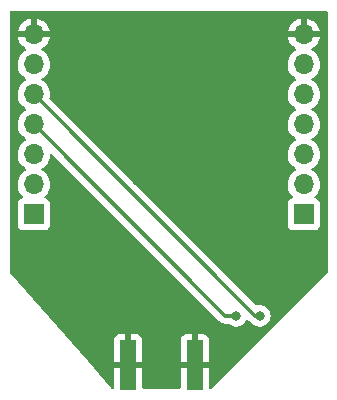
<source format=gbl>
G04 #@! TF.GenerationSoftware,KiCad,Pcbnew,6.0.7+dfsg-1build1*
G04 #@! TF.CreationDate,2022-12-04T12:17:57+01:00*
G04 #@! TF.ProjectId,rfm9xw,72666d39-7877-42e6-9b69-6361645f7063,1*
G04 #@! TF.SameCoordinates,Original*
G04 #@! TF.FileFunction,Copper,L2,Bot*
G04 #@! TF.FilePolarity,Positive*
%FSLAX46Y46*%
G04 Gerber Fmt 4.6, Leading zero omitted, Abs format (unit mm)*
G04 Created by KiCad (PCBNEW 6.0.7+dfsg-1build1) date 2022-12-04 12:17:57*
%MOMM*%
%LPD*%
G01*
G04 APERTURE LIST*
G04 #@! TA.AperFunction,SMDPad,CuDef*
%ADD10R,1.350000X4.200000*%
G04 #@! TD*
G04 #@! TA.AperFunction,ComponentPad*
%ADD11R,1.700000X1.700000*%
G04 #@! TD*
G04 #@! TA.AperFunction,ComponentPad*
%ADD12O,1.700000X1.700000*%
G04 #@! TD*
G04 #@! TA.AperFunction,ViaPad*
%ADD13C,0.800000*%
G04 #@! TD*
G04 #@! TA.AperFunction,Conductor*
%ADD14C,0.300000*%
G04 #@! TD*
G04 APERTURE END LIST*
D10*
X103190000Y-76050000D03*
X97540000Y-76050000D03*
D11*
X112430000Y-63315000D03*
D12*
X112430000Y-60775000D03*
X112430000Y-58235000D03*
X112430000Y-55695000D03*
X112430000Y-53155000D03*
X112430000Y-50615000D03*
X112430000Y-48075000D03*
D11*
X89570000Y-63315000D03*
D12*
X89570000Y-60775000D03*
X89570000Y-58235000D03*
X89570000Y-55695000D03*
X89570000Y-53155000D03*
X89570000Y-50615000D03*
X89570000Y-48075000D03*
D13*
X95920000Y-68455000D03*
X88300000Y-65915000D03*
X90840000Y-65915000D03*
X95920000Y-73535000D03*
X97190000Y-69725000D03*
X95210000Y-62915000D03*
X104810000Y-73535000D03*
X106710000Y-71915000D03*
X108710000Y-71915000D03*
D14*
X106710000Y-71915000D02*
X105790000Y-71915000D01*
X105790000Y-71915000D02*
X89570000Y-55695000D01*
X108330000Y-71915000D02*
X89570000Y-53155000D01*
X108710000Y-71915000D02*
X108330000Y-71915000D01*
G04 #@! TA.AperFunction,Conductor*
G36*
X114403621Y-46098502D02*
G01*
X114450114Y-46152158D01*
X114461500Y-46204500D01*
X114461500Y-68167183D01*
X114441498Y-68235304D01*
X114424595Y-68256278D01*
X104636278Y-78044595D01*
X104573966Y-78078621D01*
X104547183Y-78081500D01*
X104499000Y-78081500D01*
X104430879Y-78061498D01*
X104384386Y-78007842D01*
X104373000Y-77955500D01*
X104373000Y-76322115D01*
X104368525Y-76306876D01*
X104367135Y-76305671D01*
X104359452Y-76304000D01*
X102025116Y-76304000D01*
X102009877Y-76308475D01*
X102008672Y-76309865D01*
X102007001Y-76317548D01*
X102007001Y-77955500D01*
X101986999Y-78023621D01*
X101933343Y-78070114D01*
X101881001Y-78081500D01*
X98849000Y-78081500D01*
X98780879Y-78061498D01*
X98734386Y-78007842D01*
X98723000Y-77955500D01*
X98723000Y-76322115D01*
X98718525Y-76306876D01*
X98717135Y-76305671D01*
X98709452Y-76304000D01*
X96375116Y-76304000D01*
X96359877Y-76308475D01*
X96358672Y-76309865D01*
X96357001Y-76317548D01*
X96357001Y-77955500D01*
X96336999Y-78023621D01*
X96283343Y-78070114D01*
X96231001Y-78081500D01*
X96207916Y-78081500D01*
X96139795Y-78061498D01*
X96113091Y-78038472D01*
X96100097Y-78023621D01*
X94135078Y-75777885D01*
X96357000Y-75777885D01*
X96361475Y-75793124D01*
X96362865Y-75794329D01*
X96370548Y-75796000D01*
X97267885Y-75796000D01*
X97283124Y-75791525D01*
X97284329Y-75790135D01*
X97286000Y-75782452D01*
X97286000Y-75777885D01*
X97794000Y-75777885D01*
X97798475Y-75793124D01*
X97799865Y-75794329D01*
X97807548Y-75796000D01*
X98704884Y-75796000D01*
X98720123Y-75791525D01*
X98721328Y-75790135D01*
X98722999Y-75782452D01*
X98722999Y-75777885D01*
X102007000Y-75777885D01*
X102011475Y-75793124D01*
X102012865Y-75794329D01*
X102020548Y-75796000D01*
X102917885Y-75796000D01*
X102933124Y-75791525D01*
X102934329Y-75790135D01*
X102936000Y-75782452D01*
X102936000Y-75777885D01*
X103444000Y-75777885D01*
X103448475Y-75793124D01*
X103449865Y-75794329D01*
X103457548Y-75796000D01*
X104354884Y-75796000D01*
X104370123Y-75791525D01*
X104371328Y-75790135D01*
X104372999Y-75782452D01*
X104372999Y-73905331D01*
X104372629Y-73898510D01*
X104367105Y-73847648D01*
X104363479Y-73832396D01*
X104318324Y-73711946D01*
X104309786Y-73696351D01*
X104233285Y-73594276D01*
X104220724Y-73581715D01*
X104118649Y-73505214D01*
X104103054Y-73496676D01*
X103982606Y-73451522D01*
X103967351Y-73447895D01*
X103916486Y-73442369D01*
X103909672Y-73442000D01*
X103462115Y-73442000D01*
X103446876Y-73446475D01*
X103445671Y-73447865D01*
X103444000Y-73455548D01*
X103444000Y-75777885D01*
X102936000Y-75777885D01*
X102936000Y-73460116D01*
X102931525Y-73444877D01*
X102930135Y-73443672D01*
X102922452Y-73442001D01*
X102470331Y-73442001D01*
X102463510Y-73442371D01*
X102412648Y-73447895D01*
X102397396Y-73451521D01*
X102276946Y-73496676D01*
X102261351Y-73505214D01*
X102159276Y-73581715D01*
X102146715Y-73594276D01*
X102070214Y-73696351D01*
X102061676Y-73711946D01*
X102016522Y-73832394D01*
X102012895Y-73847649D01*
X102007369Y-73898514D01*
X102007000Y-73905328D01*
X102007000Y-75777885D01*
X98722999Y-75777885D01*
X98722999Y-73905331D01*
X98722629Y-73898510D01*
X98717105Y-73847648D01*
X98713479Y-73832396D01*
X98668324Y-73711946D01*
X98659786Y-73696351D01*
X98583285Y-73594276D01*
X98570724Y-73581715D01*
X98468649Y-73505214D01*
X98453054Y-73496676D01*
X98332606Y-73451522D01*
X98317351Y-73447895D01*
X98266486Y-73442369D01*
X98259672Y-73442000D01*
X97812115Y-73442000D01*
X97796876Y-73446475D01*
X97795671Y-73447865D01*
X97794000Y-73455548D01*
X97794000Y-75777885D01*
X97286000Y-75777885D01*
X97286000Y-73460116D01*
X97281525Y-73444877D01*
X97280135Y-73443672D01*
X97272452Y-73442001D01*
X96820331Y-73442001D01*
X96813510Y-73442371D01*
X96762648Y-73447895D01*
X96747396Y-73451521D01*
X96626946Y-73496676D01*
X96611351Y-73505214D01*
X96509276Y-73581715D01*
X96496715Y-73594276D01*
X96420214Y-73696351D01*
X96411676Y-73711946D01*
X96366522Y-73832394D01*
X96362895Y-73847649D01*
X96357369Y-73898514D01*
X96357000Y-73905328D01*
X96357000Y-75777885D01*
X94135078Y-75777885D01*
X87569675Y-68274567D01*
X87539871Y-68210130D01*
X87538500Y-68191596D01*
X87538500Y-60741695D01*
X88207251Y-60741695D01*
X88207548Y-60746848D01*
X88207548Y-60746851D01*
X88213011Y-60841590D01*
X88220110Y-60964715D01*
X88221247Y-60969761D01*
X88221248Y-60969767D01*
X88241119Y-61057939D01*
X88269222Y-61182639D01*
X88353266Y-61389616D01*
X88469987Y-61580088D01*
X88616250Y-61748938D01*
X88620230Y-61752242D01*
X88624981Y-61756187D01*
X88664616Y-61815090D01*
X88666113Y-61886071D01*
X88628997Y-61946593D01*
X88588724Y-61971112D01*
X88473295Y-62014385D01*
X88356739Y-62101739D01*
X88269385Y-62218295D01*
X88218255Y-62354684D01*
X88211500Y-62416866D01*
X88211500Y-64213134D01*
X88218255Y-64275316D01*
X88269385Y-64411705D01*
X88356739Y-64528261D01*
X88473295Y-64615615D01*
X88609684Y-64666745D01*
X88671866Y-64673500D01*
X90468134Y-64673500D01*
X90530316Y-64666745D01*
X90666705Y-64615615D01*
X90783261Y-64528261D01*
X90870615Y-64411705D01*
X90921745Y-64275316D01*
X90928500Y-64213134D01*
X90928500Y-62416866D01*
X90921745Y-62354684D01*
X90870615Y-62218295D01*
X90783261Y-62101739D01*
X90666705Y-62014385D01*
X90654132Y-62009672D01*
X90548203Y-61969960D01*
X90491439Y-61927318D01*
X90466739Y-61860756D01*
X90481947Y-61791408D01*
X90503493Y-61762727D01*
X90604435Y-61662137D01*
X90608096Y-61658489D01*
X90667594Y-61575689D01*
X90735435Y-61481277D01*
X90738453Y-61477077D01*
X90837430Y-61276811D01*
X90902370Y-61063069D01*
X90931529Y-60841590D01*
X90933156Y-60775000D01*
X90914852Y-60552361D01*
X90860431Y-60335702D01*
X90771354Y-60130840D01*
X90650014Y-59943277D01*
X90499670Y-59778051D01*
X90495619Y-59774852D01*
X90495615Y-59774848D01*
X90328414Y-59642800D01*
X90328410Y-59642798D01*
X90324359Y-59639598D01*
X90283053Y-59616796D01*
X90233084Y-59566364D01*
X90218312Y-59496921D01*
X90243428Y-59430516D01*
X90270780Y-59403909D01*
X90314603Y-59372650D01*
X90449860Y-59276173D01*
X90608096Y-59118489D01*
X90667594Y-59035689D01*
X90735435Y-58941277D01*
X90738453Y-58937077D01*
X90837430Y-58736811D01*
X90902370Y-58523069D01*
X90931529Y-58301590D01*
X90931833Y-58289163D01*
X90953495Y-58221552D01*
X91008272Y-58176385D01*
X91078772Y-58168003D01*
X91146890Y-58203150D01*
X105266345Y-72322605D01*
X105274335Y-72331385D01*
X105278584Y-72338080D01*
X105284362Y-72343506D01*
X105284363Y-72343507D01*
X105330257Y-72386604D01*
X105333099Y-72389359D01*
X105353667Y-72409927D01*
X105356800Y-72412357D01*
X105357170Y-72412644D01*
X105366195Y-72420352D01*
X105399867Y-72451972D01*
X105406818Y-72455793D01*
X105406819Y-72455794D01*
X105418658Y-72462303D01*
X105435182Y-72473157D01*
X105445271Y-72480982D01*
X105452132Y-72486304D01*
X105459404Y-72489451D01*
X105459406Y-72489452D01*
X105494535Y-72504654D01*
X105505196Y-72509876D01*
X105545663Y-72532124D01*
X105566441Y-72537459D01*
X105585131Y-72543858D01*
X105604824Y-72552380D01*
X105648596Y-72559313D01*
X105650448Y-72559606D01*
X105662071Y-72562013D01*
X105690072Y-72569202D01*
X105706812Y-72573500D01*
X105728259Y-72573500D01*
X105747969Y-72575051D01*
X105769152Y-72578406D01*
X105815141Y-72574059D01*
X105826996Y-72573500D01*
X106029776Y-72573500D01*
X106097897Y-72593502D01*
X106103834Y-72597562D01*
X106253248Y-72706118D01*
X106259276Y-72708802D01*
X106259278Y-72708803D01*
X106421681Y-72781109D01*
X106427712Y-72783794D01*
X106521113Y-72803647D01*
X106608056Y-72822128D01*
X106608061Y-72822128D01*
X106614513Y-72823500D01*
X106805487Y-72823500D01*
X106811939Y-72822128D01*
X106811944Y-72822128D01*
X106898887Y-72803647D01*
X106992288Y-72783794D01*
X106998319Y-72781109D01*
X107160722Y-72708803D01*
X107160724Y-72708802D01*
X107166752Y-72706118D01*
X107321253Y-72593866D01*
X107349934Y-72562013D01*
X107444621Y-72456852D01*
X107444622Y-72456851D01*
X107449040Y-72451944D01*
X107544527Y-72286556D01*
X107546938Y-72287948D01*
X107584958Y-72243208D01*
X107652883Y-72222551D01*
X107721193Y-72241896D01*
X107743191Y-72259450D01*
X107806341Y-72322600D01*
X107814331Y-72331381D01*
X107814339Y-72331390D01*
X107818584Y-72338080D01*
X107824359Y-72343503D01*
X107870274Y-72386620D01*
X107873116Y-72389375D01*
X107893667Y-72409926D01*
X107896800Y-72412356D01*
X107896801Y-72412357D01*
X107897163Y-72412638D01*
X107906191Y-72420348D01*
X107939867Y-72451972D01*
X107946818Y-72455793D01*
X107946819Y-72455794D01*
X107958655Y-72462301D01*
X107975183Y-72473157D01*
X107992131Y-72486304D01*
X107996343Y-72488127D01*
X108023700Y-72510517D01*
X108098747Y-72593866D01*
X108253248Y-72706118D01*
X108259276Y-72708802D01*
X108259278Y-72708803D01*
X108421681Y-72781109D01*
X108427712Y-72783794D01*
X108521113Y-72803647D01*
X108608056Y-72822128D01*
X108608061Y-72822128D01*
X108614513Y-72823500D01*
X108805487Y-72823500D01*
X108811939Y-72822128D01*
X108811944Y-72822128D01*
X108898887Y-72803647D01*
X108992288Y-72783794D01*
X108998319Y-72781109D01*
X109160722Y-72708803D01*
X109160724Y-72708802D01*
X109166752Y-72706118D01*
X109321253Y-72593866D01*
X109349934Y-72562013D01*
X109444621Y-72456852D01*
X109444622Y-72456851D01*
X109449040Y-72451944D01*
X109544527Y-72286556D01*
X109603542Y-72104928D01*
X109623504Y-71915000D01*
X109603542Y-71725072D01*
X109544527Y-71543444D01*
X109449040Y-71378056D01*
X109321253Y-71236134D01*
X109166752Y-71123882D01*
X109160724Y-71121198D01*
X109160722Y-71121197D01*
X108998319Y-71048891D01*
X108998318Y-71048891D01*
X108992288Y-71046206D01*
X108898888Y-71026353D01*
X108811944Y-71007872D01*
X108811939Y-71007872D01*
X108805487Y-71006500D01*
X108614513Y-71006500D01*
X108608061Y-71007872D01*
X108608056Y-71007872D01*
X108465560Y-71038161D01*
X108394769Y-71032759D01*
X108350268Y-71004009D01*
X98087955Y-60741695D01*
X111067251Y-60741695D01*
X111067548Y-60746848D01*
X111067548Y-60746851D01*
X111073011Y-60841590D01*
X111080110Y-60964715D01*
X111081247Y-60969761D01*
X111081248Y-60969767D01*
X111101119Y-61057939D01*
X111129222Y-61182639D01*
X111213266Y-61389616D01*
X111329987Y-61580088D01*
X111476250Y-61748938D01*
X111480230Y-61752242D01*
X111484981Y-61756187D01*
X111524616Y-61815090D01*
X111526113Y-61886071D01*
X111488997Y-61946593D01*
X111448724Y-61971112D01*
X111333295Y-62014385D01*
X111216739Y-62101739D01*
X111129385Y-62218295D01*
X111078255Y-62354684D01*
X111071500Y-62416866D01*
X111071500Y-64213134D01*
X111078255Y-64275316D01*
X111129385Y-64411705D01*
X111216739Y-64528261D01*
X111333295Y-64615615D01*
X111469684Y-64666745D01*
X111531866Y-64673500D01*
X113328134Y-64673500D01*
X113390316Y-64666745D01*
X113526705Y-64615615D01*
X113643261Y-64528261D01*
X113730615Y-64411705D01*
X113781745Y-64275316D01*
X113788500Y-64213134D01*
X113788500Y-62416866D01*
X113781745Y-62354684D01*
X113730615Y-62218295D01*
X113643261Y-62101739D01*
X113526705Y-62014385D01*
X113514132Y-62009672D01*
X113408203Y-61969960D01*
X113351439Y-61927318D01*
X113326739Y-61860756D01*
X113341947Y-61791408D01*
X113363493Y-61762727D01*
X113464435Y-61662137D01*
X113468096Y-61658489D01*
X113527594Y-61575689D01*
X113595435Y-61481277D01*
X113598453Y-61477077D01*
X113697430Y-61276811D01*
X113762370Y-61063069D01*
X113791529Y-60841590D01*
X113793156Y-60775000D01*
X113774852Y-60552361D01*
X113720431Y-60335702D01*
X113631354Y-60130840D01*
X113510014Y-59943277D01*
X113359670Y-59778051D01*
X113355619Y-59774852D01*
X113355615Y-59774848D01*
X113188414Y-59642800D01*
X113188410Y-59642798D01*
X113184359Y-59639598D01*
X113143053Y-59616796D01*
X113093084Y-59566364D01*
X113078312Y-59496921D01*
X113103428Y-59430516D01*
X113130780Y-59403909D01*
X113174603Y-59372650D01*
X113309860Y-59276173D01*
X113468096Y-59118489D01*
X113527594Y-59035689D01*
X113595435Y-58941277D01*
X113598453Y-58937077D01*
X113697430Y-58736811D01*
X113762370Y-58523069D01*
X113791529Y-58301590D01*
X113793156Y-58235000D01*
X113774852Y-58012361D01*
X113720431Y-57795702D01*
X113631354Y-57590840D01*
X113510014Y-57403277D01*
X113359670Y-57238051D01*
X113355619Y-57234852D01*
X113355615Y-57234848D01*
X113188414Y-57102800D01*
X113188410Y-57102798D01*
X113184359Y-57099598D01*
X113143053Y-57076796D01*
X113093084Y-57026364D01*
X113078312Y-56956921D01*
X113103428Y-56890516D01*
X113130780Y-56863909D01*
X113174603Y-56832650D01*
X113309860Y-56736173D01*
X113468096Y-56578489D01*
X113527594Y-56495689D01*
X113595435Y-56401277D01*
X113598453Y-56397077D01*
X113697430Y-56196811D01*
X113762370Y-55983069D01*
X113791529Y-55761590D01*
X113793156Y-55695000D01*
X113774852Y-55472361D01*
X113720431Y-55255702D01*
X113631354Y-55050840D01*
X113510014Y-54863277D01*
X113359670Y-54698051D01*
X113355619Y-54694852D01*
X113355615Y-54694848D01*
X113188414Y-54562800D01*
X113188410Y-54562798D01*
X113184359Y-54559598D01*
X113143053Y-54536796D01*
X113093084Y-54486364D01*
X113078312Y-54416921D01*
X113103428Y-54350516D01*
X113130780Y-54323909D01*
X113174603Y-54292650D01*
X113309860Y-54196173D01*
X113468096Y-54038489D01*
X113527594Y-53955689D01*
X113595435Y-53861277D01*
X113598453Y-53857077D01*
X113697430Y-53656811D01*
X113762370Y-53443069D01*
X113791529Y-53221590D01*
X113793156Y-53155000D01*
X113774852Y-52932361D01*
X113720431Y-52715702D01*
X113631354Y-52510840D01*
X113510014Y-52323277D01*
X113359670Y-52158051D01*
X113355619Y-52154852D01*
X113355615Y-52154848D01*
X113188414Y-52022800D01*
X113188410Y-52022798D01*
X113184359Y-52019598D01*
X113143053Y-51996796D01*
X113093084Y-51946364D01*
X113078312Y-51876921D01*
X113103428Y-51810516D01*
X113130780Y-51783909D01*
X113174603Y-51752650D01*
X113309860Y-51656173D01*
X113468096Y-51498489D01*
X113527594Y-51415689D01*
X113595435Y-51321277D01*
X113598453Y-51317077D01*
X113697430Y-51116811D01*
X113762370Y-50903069D01*
X113791529Y-50681590D01*
X113793156Y-50615000D01*
X113774852Y-50392361D01*
X113720431Y-50175702D01*
X113631354Y-49970840D01*
X113510014Y-49783277D01*
X113359670Y-49618051D01*
X113355619Y-49614852D01*
X113355615Y-49614848D01*
X113188414Y-49482800D01*
X113188410Y-49482798D01*
X113184359Y-49479598D01*
X113142569Y-49456529D01*
X113092598Y-49406097D01*
X113077826Y-49336654D01*
X113102942Y-49270248D01*
X113130294Y-49243641D01*
X113305328Y-49118792D01*
X113313200Y-49112139D01*
X113464052Y-48961812D01*
X113470730Y-48953965D01*
X113595003Y-48781020D01*
X113600313Y-48772183D01*
X113694670Y-48581267D01*
X113698469Y-48571672D01*
X113760377Y-48367910D01*
X113762555Y-48357837D01*
X113763986Y-48346962D01*
X113761775Y-48332778D01*
X113748617Y-48329000D01*
X111113225Y-48329000D01*
X111099694Y-48332973D01*
X111098257Y-48342966D01*
X111128565Y-48477446D01*
X111131645Y-48487275D01*
X111211770Y-48684603D01*
X111216413Y-48693794D01*
X111327694Y-48875388D01*
X111333777Y-48883699D01*
X111473213Y-49044667D01*
X111480580Y-49051883D01*
X111644434Y-49187916D01*
X111652881Y-49193831D01*
X111721969Y-49234203D01*
X111770693Y-49285842D01*
X111783764Y-49355625D01*
X111757033Y-49421396D01*
X111716584Y-49454752D01*
X111703607Y-49461507D01*
X111699474Y-49464610D01*
X111699471Y-49464612D01*
X111675247Y-49482800D01*
X111524965Y-49595635D01*
X111370629Y-49757138D01*
X111244743Y-49941680D01*
X111150688Y-50144305D01*
X111090989Y-50359570D01*
X111067251Y-50581695D01*
X111067548Y-50586848D01*
X111067548Y-50586851D01*
X111073011Y-50681590D01*
X111080110Y-50804715D01*
X111081247Y-50809761D01*
X111081248Y-50809767D01*
X111101119Y-50897939D01*
X111129222Y-51022639D01*
X111213266Y-51229616D01*
X111329987Y-51420088D01*
X111476250Y-51588938D01*
X111648126Y-51731632D01*
X111718595Y-51772811D01*
X111721445Y-51774476D01*
X111770169Y-51826114D01*
X111783240Y-51895897D01*
X111756509Y-51961669D01*
X111716055Y-51995027D01*
X111703607Y-52001507D01*
X111699474Y-52004610D01*
X111699471Y-52004612D01*
X111675247Y-52022800D01*
X111524965Y-52135635D01*
X111370629Y-52297138D01*
X111244743Y-52481680D01*
X111150688Y-52684305D01*
X111090989Y-52899570D01*
X111067251Y-53121695D01*
X111067548Y-53126848D01*
X111067548Y-53126851D01*
X111073011Y-53221590D01*
X111080110Y-53344715D01*
X111081247Y-53349761D01*
X111081248Y-53349767D01*
X111101119Y-53437939D01*
X111129222Y-53562639D01*
X111213266Y-53769616D01*
X111329987Y-53960088D01*
X111476250Y-54128938D01*
X111648126Y-54271632D01*
X111718595Y-54312811D01*
X111721445Y-54314476D01*
X111770169Y-54366114D01*
X111783240Y-54435897D01*
X111756509Y-54501669D01*
X111716055Y-54535027D01*
X111703607Y-54541507D01*
X111699474Y-54544610D01*
X111699471Y-54544612D01*
X111675247Y-54562800D01*
X111524965Y-54675635D01*
X111370629Y-54837138D01*
X111244743Y-55021680D01*
X111150688Y-55224305D01*
X111090989Y-55439570D01*
X111067251Y-55661695D01*
X111067548Y-55666848D01*
X111067548Y-55666851D01*
X111073011Y-55761590D01*
X111080110Y-55884715D01*
X111081247Y-55889761D01*
X111081248Y-55889767D01*
X111101119Y-55977939D01*
X111129222Y-56102639D01*
X111213266Y-56309616D01*
X111329987Y-56500088D01*
X111476250Y-56668938D01*
X111648126Y-56811632D01*
X111718595Y-56852811D01*
X111721445Y-56854476D01*
X111770169Y-56906114D01*
X111783240Y-56975897D01*
X111756509Y-57041669D01*
X111716055Y-57075027D01*
X111703607Y-57081507D01*
X111699474Y-57084610D01*
X111699471Y-57084612D01*
X111675247Y-57102800D01*
X111524965Y-57215635D01*
X111370629Y-57377138D01*
X111244743Y-57561680D01*
X111150688Y-57764305D01*
X111090989Y-57979570D01*
X111067251Y-58201695D01*
X111067548Y-58206848D01*
X111067548Y-58206851D01*
X111073011Y-58301590D01*
X111080110Y-58424715D01*
X111081247Y-58429761D01*
X111081248Y-58429767D01*
X111101119Y-58517939D01*
X111129222Y-58642639D01*
X111213266Y-58849616D01*
X111329987Y-59040088D01*
X111476250Y-59208938D01*
X111648126Y-59351632D01*
X111718595Y-59392811D01*
X111721445Y-59394476D01*
X111770169Y-59446114D01*
X111783240Y-59515897D01*
X111756509Y-59581669D01*
X111716055Y-59615027D01*
X111703607Y-59621507D01*
X111699474Y-59624610D01*
X111699471Y-59624612D01*
X111675247Y-59642800D01*
X111524965Y-59755635D01*
X111370629Y-59917138D01*
X111244743Y-60101680D01*
X111150688Y-60304305D01*
X111090989Y-60519570D01*
X111067251Y-60741695D01*
X98087955Y-60741695D01*
X90929457Y-53583197D01*
X90895431Y-53520885D01*
X90897994Y-53457473D01*
X90902370Y-53443069D01*
X90931529Y-53221590D01*
X90933156Y-53155000D01*
X90914852Y-52932361D01*
X90860431Y-52715702D01*
X90771354Y-52510840D01*
X90650014Y-52323277D01*
X90499670Y-52158051D01*
X90495619Y-52154852D01*
X90495615Y-52154848D01*
X90328414Y-52022800D01*
X90328410Y-52022798D01*
X90324359Y-52019598D01*
X90283053Y-51996796D01*
X90233084Y-51946364D01*
X90218312Y-51876921D01*
X90243428Y-51810516D01*
X90270780Y-51783909D01*
X90314603Y-51752650D01*
X90449860Y-51656173D01*
X90608096Y-51498489D01*
X90667594Y-51415689D01*
X90735435Y-51321277D01*
X90738453Y-51317077D01*
X90837430Y-51116811D01*
X90902370Y-50903069D01*
X90931529Y-50681590D01*
X90933156Y-50615000D01*
X90914852Y-50392361D01*
X90860431Y-50175702D01*
X90771354Y-49970840D01*
X90650014Y-49783277D01*
X90499670Y-49618051D01*
X90495619Y-49614852D01*
X90495615Y-49614848D01*
X90328414Y-49482800D01*
X90328410Y-49482798D01*
X90324359Y-49479598D01*
X90282569Y-49456529D01*
X90232598Y-49406097D01*
X90217826Y-49336654D01*
X90242942Y-49270248D01*
X90270294Y-49243641D01*
X90445328Y-49118792D01*
X90453200Y-49112139D01*
X90604052Y-48961812D01*
X90610730Y-48953965D01*
X90735003Y-48781020D01*
X90740313Y-48772183D01*
X90834670Y-48581267D01*
X90838469Y-48571672D01*
X90900377Y-48367910D01*
X90902555Y-48357837D01*
X90903986Y-48346962D01*
X90901775Y-48332778D01*
X90888617Y-48329000D01*
X88253225Y-48329000D01*
X88239694Y-48332973D01*
X88238257Y-48342966D01*
X88268565Y-48477446D01*
X88271645Y-48487275D01*
X88351770Y-48684603D01*
X88356413Y-48693794D01*
X88467694Y-48875388D01*
X88473777Y-48883699D01*
X88613213Y-49044667D01*
X88620580Y-49051883D01*
X88784434Y-49187916D01*
X88792881Y-49193831D01*
X88861969Y-49234203D01*
X88910693Y-49285842D01*
X88923764Y-49355625D01*
X88897033Y-49421396D01*
X88856584Y-49454752D01*
X88843607Y-49461507D01*
X88839474Y-49464610D01*
X88839471Y-49464612D01*
X88815247Y-49482800D01*
X88664965Y-49595635D01*
X88510629Y-49757138D01*
X88384743Y-49941680D01*
X88290688Y-50144305D01*
X88230989Y-50359570D01*
X88207251Y-50581695D01*
X88207548Y-50586848D01*
X88207548Y-50586851D01*
X88213011Y-50681590D01*
X88220110Y-50804715D01*
X88221247Y-50809761D01*
X88221248Y-50809767D01*
X88241119Y-50897939D01*
X88269222Y-51022639D01*
X88353266Y-51229616D01*
X88469987Y-51420088D01*
X88616250Y-51588938D01*
X88788126Y-51731632D01*
X88858595Y-51772811D01*
X88861445Y-51774476D01*
X88910169Y-51826114D01*
X88923240Y-51895897D01*
X88896509Y-51961669D01*
X88856055Y-51995027D01*
X88843607Y-52001507D01*
X88839474Y-52004610D01*
X88839471Y-52004612D01*
X88815247Y-52022800D01*
X88664965Y-52135635D01*
X88510629Y-52297138D01*
X88384743Y-52481680D01*
X88290688Y-52684305D01*
X88230989Y-52899570D01*
X88207251Y-53121695D01*
X88207548Y-53126848D01*
X88207548Y-53126851D01*
X88213011Y-53221590D01*
X88220110Y-53344715D01*
X88221247Y-53349761D01*
X88221248Y-53349767D01*
X88241119Y-53437939D01*
X88269222Y-53562639D01*
X88353266Y-53769616D01*
X88469987Y-53960088D01*
X88616250Y-54128938D01*
X88788126Y-54271632D01*
X88858595Y-54312811D01*
X88861445Y-54314476D01*
X88910169Y-54366114D01*
X88923240Y-54435897D01*
X88896509Y-54501669D01*
X88856055Y-54535027D01*
X88843607Y-54541507D01*
X88839474Y-54544610D01*
X88839471Y-54544612D01*
X88815247Y-54562800D01*
X88664965Y-54675635D01*
X88510629Y-54837138D01*
X88384743Y-55021680D01*
X88290688Y-55224305D01*
X88230989Y-55439570D01*
X88207251Y-55661695D01*
X88207548Y-55666848D01*
X88207548Y-55666851D01*
X88213011Y-55761590D01*
X88220110Y-55884715D01*
X88221247Y-55889761D01*
X88221248Y-55889767D01*
X88241119Y-55977939D01*
X88269222Y-56102639D01*
X88353266Y-56309616D01*
X88469987Y-56500088D01*
X88616250Y-56668938D01*
X88788126Y-56811632D01*
X88858595Y-56852811D01*
X88861445Y-56854476D01*
X88910169Y-56906114D01*
X88923240Y-56975897D01*
X88896509Y-57041669D01*
X88856055Y-57075027D01*
X88843607Y-57081507D01*
X88839474Y-57084610D01*
X88839471Y-57084612D01*
X88815247Y-57102800D01*
X88664965Y-57215635D01*
X88510629Y-57377138D01*
X88384743Y-57561680D01*
X88290688Y-57764305D01*
X88230989Y-57979570D01*
X88207251Y-58201695D01*
X88207548Y-58206848D01*
X88207548Y-58206851D01*
X88213011Y-58301590D01*
X88220110Y-58424715D01*
X88221247Y-58429761D01*
X88221248Y-58429767D01*
X88241119Y-58517939D01*
X88269222Y-58642639D01*
X88353266Y-58849616D01*
X88469987Y-59040088D01*
X88616250Y-59208938D01*
X88788126Y-59351632D01*
X88858595Y-59392811D01*
X88861445Y-59394476D01*
X88910169Y-59446114D01*
X88923240Y-59515897D01*
X88896509Y-59581669D01*
X88856055Y-59615027D01*
X88843607Y-59621507D01*
X88839474Y-59624610D01*
X88839471Y-59624612D01*
X88815247Y-59642800D01*
X88664965Y-59755635D01*
X88510629Y-59917138D01*
X88384743Y-60101680D01*
X88290688Y-60304305D01*
X88230989Y-60519570D01*
X88207251Y-60741695D01*
X87538500Y-60741695D01*
X87538500Y-47809183D01*
X88234389Y-47809183D01*
X88235912Y-47817607D01*
X88248292Y-47821000D01*
X89297885Y-47821000D01*
X89313124Y-47816525D01*
X89314329Y-47815135D01*
X89316000Y-47807452D01*
X89316000Y-47802885D01*
X89824000Y-47802885D01*
X89828475Y-47818124D01*
X89829865Y-47819329D01*
X89837548Y-47821000D01*
X90888344Y-47821000D01*
X90901875Y-47817027D01*
X90903002Y-47809183D01*
X111094389Y-47809183D01*
X111095912Y-47817607D01*
X111108292Y-47821000D01*
X112157885Y-47821000D01*
X112173124Y-47816525D01*
X112174329Y-47815135D01*
X112176000Y-47807452D01*
X112176000Y-47802885D01*
X112684000Y-47802885D01*
X112688475Y-47818124D01*
X112689865Y-47819329D01*
X112697548Y-47821000D01*
X113748344Y-47821000D01*
X113761875Y-47817027D01*
X113763180Y-47807947D01*
X113721214Y-47640875D01*
X113717894Y-47631124D01*
X113632972Y-47435814D01*
X113628105Y-47426739D01*
X113512426Y-47247926D01*
X113506136Y-47239757D01*
X113362806Y-47082240D01*
X113355273Y-47075215D01*
X113188139Y-46943222D01*
X113179552Y-46937517D01*
X112993117Y-46834599D01*
X112983705Y-46830369D01*
X112782959Y-46759280D01*
X112772988Y-46756646D01*
X112701837Y-46743972D01*
X112688540Y-46745432D01*
X112684000Y-46759989D01*
X112684000Y-47802885D01*
X112176000Y-47802885D01*
X112176000Y-46758102D01*
X112172082Y-46744758D01*
X112157806Y-46742771D01*
X112119324Y-46748660D01*
X112109288Y-46751051D01*
X111906868Y-46817212D01*
X111897359Y-46821209D01*
X111708463Y-46919542D01*
X111699738Y-46925036D01*
X111529433Y-47052905D01*
X111521726Y-47059748D01*
X111374590Y-47213717D01*
X111368104Y-47221727D01*
X111248098Y-47397649D01*
X111243000Y-47406623D01*
X111153338Y-47599783D01*
X111149775Y-47609470D01*
X111094389Y-47809183D01*
X90903002Y-47809183D01*
X90903180Y-47807947D01*
X90861214Y-47640875D01*
X90857894Y-47631124D01*
X90772972Y-47435814D01*
X90768105Y-47426739D01*
X90652426Y-47247926D01*
X90646136Y-47239757D01*
X90502806Y-47082240D01*
X90495273Y-47075215D01*
X90328139Y-46943222D01*
X90319552Y-46937517D01*
X90133117Y-46834599D01*
X90123705Y-46830369D01*
X89922959Y-46759280D01*
X89912988Y-46756646D01*
X89841837Y-46743972D01*
X89828540Y-46745432D01*
X89824000Y-46759989D01*
X89824000Y-47802885D01*
X89316000Y-47802885D01*
X89316000Y-46758102D01*
X89312082Y-46744758D01*
X89297806Y-46742771D01*
X89259324Y-46748660D01*
X89249288Y-46751051D01*
X89046868Y-46817212D01*
X89037359Y-46821209D01*
X88848463Y-46919542D01*
X88839738Y-46925036D01*
X88669433Y-47052905D01*
X88661726Y-47059748D01*
X88514590Y-47213717D01*
X88508104Y-47221727D01*
X88388098Y-47397649D01*
X88383000Y-47406623D01*
X88293338Y-47599783D01*
X88289775Y-47609470D01*
X88234389Y-47809183D01*
X87538500Y-47809183D01*
X87538500Y-46204500D01*
X87558502Y-46136379D01*
X87612158Y-46089886D01*
X87664500Y-46078500D01*
X114335500Y-46078500D01*
X114403621Y-46098502D01*
G37*
G04 #@! TD.AperFunction*
M02*

</source>
